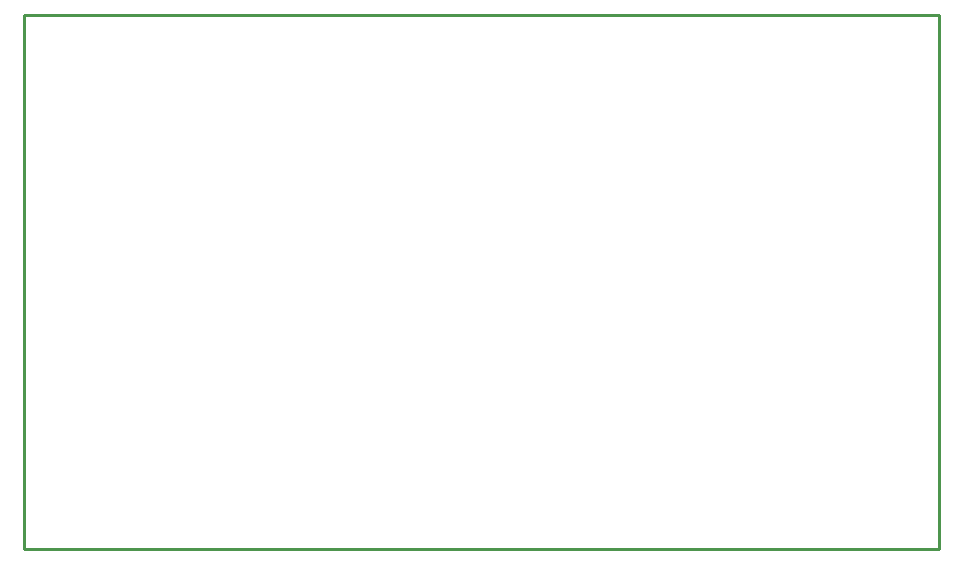
<source format=gbr>
G04 start of page 4 for group 2 idx 2 *
G04 Title: (unknown), outline *
G04 Creator: pcb 1.99z *
G04 CreationDate: Wed 25 Sep 2013 08:10:55 PM GMT UTC *
G04 For: commonadmin *
G04 Format: Gerber/RS-274X *
G04 PCB-Dimensions: 600000 500000 *
G04 PCB-Coordinate-Origin: lower left *
%MOIN*%
%FSLAX25Y25*%
%LNOUTLINE*%
%ADD55C,0.0100*%
G54D55*X0Y178000D02*Y0D01*
X305000D02*Y178000D01*
X0D01*
Y0D02*X305000D01*
M02*

</source>
